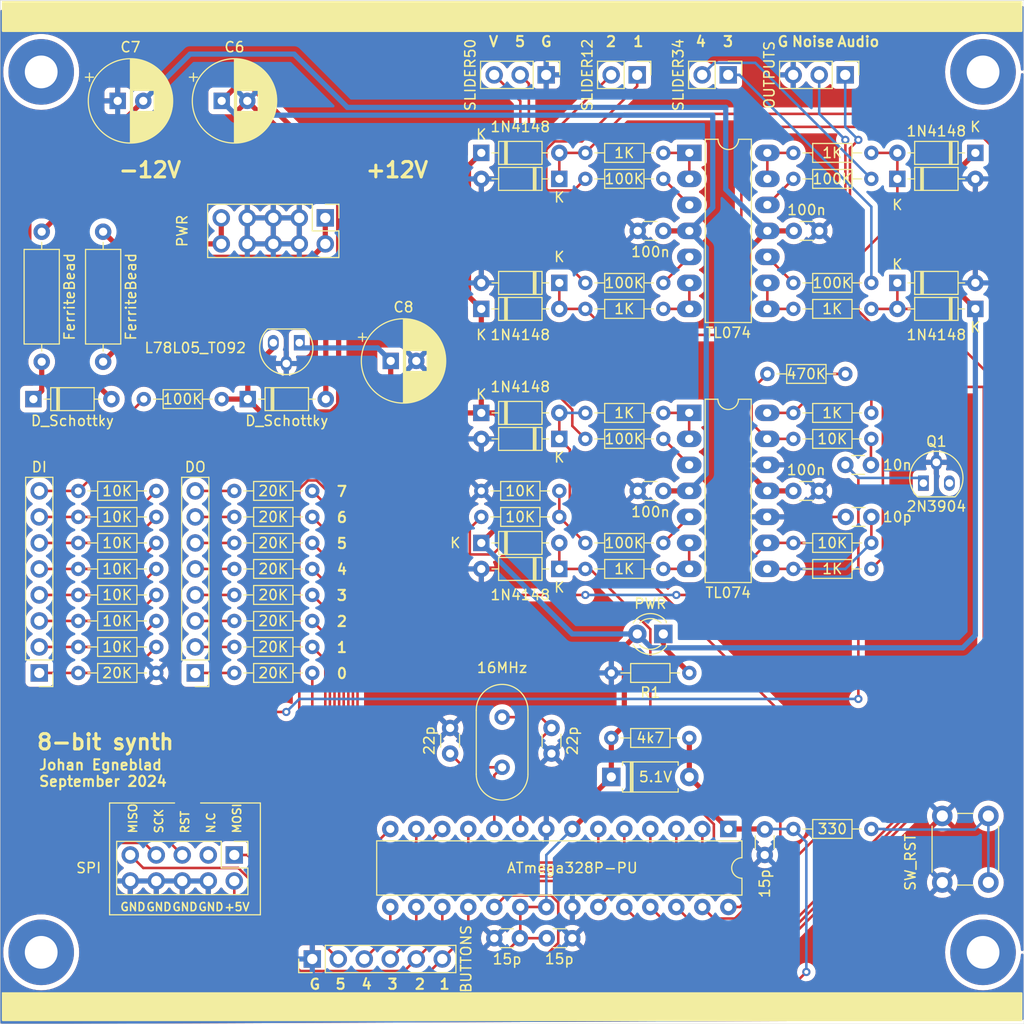
<source format=kicad_pcb>
(kicad_pcb (version 20240108) (generator "pcbnew") (generator_version "8.0")
  (layers (0 "F.Cu" signal) (31 "B.Cu" signal) (34 "B.Paste" user) (35 "F.Paste" user) (36 "B.SilkS" user "B.Silkscreen") (37 "F.SilkS" user "F.Silkscreen") (38 "B.Mask" user) (39 "F.Mask" user) (44 "Edge.Cuts" user))
  (net 0 "")
  (net 1 "+5V")
  (net 2 "GND")
  (net 3 "/XTAL1")
  (net 4 "/XTAL2")
  (net 5 "/RST")
  (net 6 "+12V")
  (net 7 "/MISO")
  (net 8 "/SCK")
  (net 9 "-12V")
  (net 10 "/MOSI")
  (net 11 "Net-(R3-Pad1)")
  (net 12 "/A0")
  (net 13 "/A1")
  (net 14 "Net-(D1-K)")
  (net 15 "/A2")
  (net 16 "/A3")
  (net 17 "/A4")
  (net 18 "/A5")
  (net 19 "Net-(J1-Pin_1)")
  (net 20 "Net-(J1-Pin_2)")
  (net 21 "Net-(J1-Pin_3)")
  (net 22 "Net-(J1-Pin_4)")
  (net 23 "Net-(J1-Pin_5)")
  (net 24 "Net-(J1-Pin_6)")
  (net 25 "Net-(J1-Pin_7)")
  (net 26 "Net-(J1-Pin_8)")
  (net 28 "Net-(J3-Pin_1)")
  (net 29 "Net-(J3-Pin_10)")
  (net 30 "Net-(J4-Pin_1)")
  (net 31 "Net-(J4-Pin_2)")
  (net 32 "Net-(J4-Pin_3)")
  (net 33 "Net-(J4-Pin_4)")
  (net 34 "Net-(J4-Pin_5)")
  (net 35 "Net-(J4-Pin_6)")
  (net 36 "Net-(J4-Pin_7)")
  (net 37 "/DAC")
  (net 38 "Net-(Q1-E)")
  (net 40 "Net-(U3A--)")
  (net 41 "/SLIDER1")
  (net 42 "Net-(U3A-+)")
  (net 43 "/DAC0")
  (net 44 "/DAC1")
  (net 45 "/DAC2")
  (net 46 "/DAC3")
  (net 47 "/DAC4")
  (net 48 "/DAC5")
  (net 49 "/DAC6")
  (net 50 "/DAC7")
  (net 51 "/SLIDER2")
  (net 52 "Net-(U3B-+)")
  (net 53 "Net-(U3B--)")
  (net 54 "Net-(U3C--)")
  (net 55 "Net-(U3D--)")
  (net 56 "/SLIDER3")
  (net 57 "Net-(U3C-+)")
  (net 58 "/SLIDER4")
  (net 59 "Net-(U3D-+)")
  (net 60 "Net-(U4A--)")
  (net 61 "Net-(U4B--)")
  (net 62 "/SLIDER5")
  (net 63 "Net-(U4A-+)")
  (net 64 "Net-(R31-Pad1)")
  (net 65 "Net-(U4B-+)")
  (net 66 "/VOCT")
  (net 67 "Net-(C13-Pad2)")
  (net 68 "/AOUT")
  (net 69 "Net-(R36-Pad1)")
  (net 70 "/NOUT")
  (net 71 "Net-(U4D--)")
  (net 72 "Net-(C14-Pad1)")
  (net 73 "/S5")
  (net 74 "/S3")
  (net 75 "/S4")
  (net 76 "Net-(D4-A)")
  (net 77 "Net-(D5-K)")
  (footprint "Capacitor_THT:C_Disc_D3.0mm_W1.6mm_P2.50mm" (layer "F.Cu") (at 86.36 105.918)
    (property "Reference" "C1" (hide yes))
    (property "Value" "15p")
  )
  (footprint "Capacitor_THT:C_Disc_D3.0mm_W1.6mm_P2.50mm" (layer "F.Cu") (at 93.98 105.918 180)
    (property "Reference" "C2" (hide yes))
    (property "Value" "15p")
  )
  (footprint "Capacitor_THT:C_Disc_D3.0mm_W1.6mm_P2.50mm" (layer "F.Cu") (at 91.948 87.884 90)
    (property "Reference" "C3" (hide yes))
    (property "Value" "22p")
  )
  (footprint "Capacitor_THT:C_Disc_D3.0mm_W1.6mm_P2.50mm" (layer "F.Cu") (at 82.042 87.884 90)
    (property "Reference" "C4" (hide yes))
    (property "Value" "22p")
  )
  (footprint "Capacitor_THT:C_Disc_D3.0mm_W1.6mm_P2.50mm" (layer "F.Cu") (at 112.776 97.79 90)
    (property "Reference" "C5" (hide yes))
    (property "Value" "15p")
  )
  (footprint "Diode_THT:D_A-405_P7.62mm_Horizontal" (layer "F.Cu") (at 97.79 90.17)
    (property "Reference" "D2" (hide yes))
    (property "Value" "5.1V")
  )
  (footprint "Connector_PinHeader_2.54mm:PinHeader_2x05_P2.54mm_Vertical" (layer "F.Cu") (at 60.96 97.79 -90)
    (property "Reference" "J2" (hide yes))
    (property "Value" "SPI")
  )
  (footprint "Connector_PinHeader_2.54mm:PinHeader_2x05_P2.54mm_Vertical" (layer "F.Cu") (at 69.85 35.56 -90)
    (property "Reference" "J3" (hide yes))
    (property "Value" "PWR")
  )
  (footprint "Connector_PinHeader_2.54mm:PinHeader_1x08_P2.54mm_Vertical" (layer "F.Cu") (at 41.91 80.01 180)
    (property "Reference" "J4" (hide yes))
    (property "Value" "DI")
  )
  (footprint "Resistor_THT:R_Axial_DIN0204_L3.6mm_D1.6mm_P7.62mm_Horizontal" (layer "F.Cu") (at 97.79 86.36)
    (property "Reference" "R2" (hide yes))
    (property "Value" "4k7")
  )
  (footprint "Resistor_THT:R_Axial_DIN0204_L3.6mm_D1.6mm_P7.62mm_Horizontal" (layer "F.Cu") (at 123.19 95.25 180)
    (property "Reference" "R3" (hide yes))
    (property "Value" "330")
  )
  (footprint "Button_Switch_THT:SW_PUSH_6mm_H4.3mm" (layer "F.Cu") (at 134.62 93.98 -90)
    (property "Reference" "SW1" (hide yes))
    (property "Value" "SW_RST")
  )
  (footprint "Package_DIP:DIP-28_W7.62mm" (layer "F.Cu") (at 109.22 95.25 -90)
    (property "Reference" "U1" (hide yes))
    (property "Value" "ATmega328P-PU")
  )
  (footprint "Crystal:Crystal_HC18-U_Vertical" (layer "F.Cu") (at 87.122 84.328 -90)
    (property "Reference" "Y1" (hide yes))
    (property "Value" "16MHz")
  )
  (footprint "Resistor_THT:R_Axial_DIN0204_L3.6mm_D1.6mm_P7.62mm_Horizontal" (layer "F.Cu") (at 105.41 80.01 180)
    (property "Reference" "R1")
    (property "Value" "1k")
  )
  (footprint "LED_THT:LED_D3.0mm" (layer "F.Cu") (at 102.87 76.2 180)
    (property "Reference" "D1" (hide yes))
    (property "Value" "PWR")
  )
  (footprint "Connector_PinHeader_2.54mm:PinHeader_1x03_P2.54mm_Vertical" (layer "F.Cu") (at 91.425 21.59 -90)
    (property "Reference" "J7" (hide yes))
    (property "Value" "SLIDER50")
  )
  (footprint "Connector_PinHeader_2.54mm:PinHeader_1x02_P2.54mm_Vertical" (layer "F.Cu") (at 109.205 21.59 -90)
    (property "Reference" "J6" (hide yes))
    (property "Value" "SLIDER34")
  )
  (footprint "Connector_PinHeader_2.54mm:PinHeader_1x02_P2.54mm_Vertical" (layer "F.Cu") (at 100.315 21.59 -90)
    (property "Reference" "J5" (hide yes))
    (property "Value" "SLIDER12")
  )
  (footprint "Resistor_THT:R_Axial_DIN0309_L9.0mm_D3.2mm_P12.70mm_Horizontal" (layer "F.Cu") (at 42.15 49.61 90)
    (property "Reference" "FB2" (hide yes))
    (property "Value" "FerriteBead")
  )
  (footprint "Resistor_THT:R_Axial_DIN0204_L3.6mm_D1.6mm_P7.62mm_Horizontal" (layer "F.Cu") (at 53.34 72.39 180)
    (property "Reference" "R6" (hide yes))
    (property "Value" "10K")
  )
  (footprint "Diode_THT:D_DO-35_SOD27_P7.62mm_Horizontal" (layer "F.Cu") (at 125.73 41.91)
    (property "Reference" "D10" (hide yes))
    (property "Value" "1N4148" (hide yes))
  )
  (footprint "Resistor_THT:R_Axial_DIN0204_L3.6mm_D1.6mm_P7.62mm_Horizontal" (layer "F.Cu") (at 123.19 41.91 180)
    (property "Reference" "R26" (hide yes))
    (property "Value" "100K")
  )
  (footprint "Resistor_THT:R_Axial_DIN0204_L3.6mm_D1.6mm_P7.62mm_Horizontal" (layer "F.Cu") (at 53.34 80.01 180)
    (property "Reference" "R11" (hide yes))
    (property "Value" "20K")
  )
  (footprint "Diode_THT:D_DO-35_SOD27_P7.62mm_Horizontal" (layer "F.Cu") (at 92.71 41.91 180)
    (property "Reference" "D8" (hide yes))
    (property "Value" "1N4148" (hide yes))
  )
  (footprint "Capacitor_THT:CP_Radial_D8.0mm_P2.50mm" (layer "F.Cu") (at 59.73 24.13)
    (property "Reference" "C6")
    (property "Value" "C_Polarized" (hide yes))
  )
  (footprint "Diode_THT:D_DO-35_SOD27_P7.62mm_Horizontal" (layer "F.Cu") (at 92.71 69.85 180)
    (property "Reference" "D16" (hide yes))
    (property "Value" "1N4148")
  )
  (footprint "Connector_PinHeader_2.54mm:PinHeader_1x06_P2.54mm_Vertical" (layer "F.Cu") (at 68.58 107.95 90)
    (property "Reference" "J9" (hide yes))
    (property "Value" "BUTTONS")
  )
  (footprint "Resistor_THT:R_Axial_DIN0204_L3.6mm_D1.6mm_P7.62mm_Horizontal" (layer "F.Cu") (at 123.19 57.15 180)
    (property "Reference" "R38" (hide yes))
    (property "Value" "10K")
  )
  (footprint "Resistor_THT:R_Axial_DIN0204_L3.6mm_D1.6mm_P7.62mm_Horizontal" (layer "F.Cu") (at 95.25 67.31)
    (property "Reference" "R31" (hide yes))
    (property "Value" "100K")
  )
  (footprint "Resistor_THT:R_Axial_DIN0204_L3.6mm_D1.6mm_P7.62mm_Horizontal" (layer "F.Cu") (at 53.34 69.85 180)
    (property "Reference" "R7" (hide yes))
    (property "Value" "10K")
  )
  (footprint "Resistor_THT:R_Axial_DIN0204_L3.6mm_D1.6mm_P7.62mm_Horizontal" (layer "F.Cu") (at 102.87 54.61 180)
    (property "Reference" "R28" (hide yes))
    (property "Value" "1K")
  )
  (footprint "Diode_THT:D_DO-35_SOD27_P7.62mm_Horizontal" (layer "F.Cu") (at 41.34 53.26)
    (property "Reference" "D5" (hide yes))
    (property "Value" "D_Schottky")
  )
  (footprint "Resistor_THT:R_Axial_DIN0204_L3.6mm_D1.6mm_P7.62mm_Horizontal" (layer "F.Cu") (at 53.34 77.47 180)
    (property "Reference" "R4" (hide yes))
    (property "Value" "10K")
  )
  (footprint "Resistor_THT:R_Axial_DIN0204_L3.6mm_D1.6mm_P7.62mm_Horizontal" (layer "F.Cu") (at 52.12 53.26)
    (property "Reference" "R39" (hide yes))
    (property "Value" "100K")
  )
  (footprint "MountingHole:MountingHole_3.2mm_M3_Pad" (layer "F.Cu") (at 42.1 107.3)
    (property "Reference" "REF**" (hide yes))
    (property "Value" "MountingHole_3.2mm_M3_Pad" (hide yes))
  )
  (footprint "Diode_THT:D_DO-35_SOD27_P7.62mm_Horizontal" (layer "F.Cu") (at 85.09 44.45)
    (property "Reference" "D7" (hide yes))
    (property "Value" "1N4148")
  )
  (footprint "MountingHole:MountingHole_3.2mm_M3_Pad" (layer "F.Cu") (at 134.1 107.3)
    (property "Reference" "REF**" (hide yes))
    (property "Value" "MountingHole_3.2mm_M3_Pad" (hide yes))
  )
  (footprint "Resistor_THT:R_Axial_DIN0204_L3.6mm_D1.6mm_P7.62mm_Horizontal" (layer "F.Cu") (at 68.58 62.23 180)
    (property "Reference" "R21" (hide yes))
    (property "Value" "20K")
  )
  (footprint "Capacitor_THT:C_Disc_D3.0mm_W1.6mm_P2.50mm" (layer "F.Cu") (at 100.37 36.83)
    (property "Reference" "C11" (hide yes))
    (property "Value" "100n")
  )
  (footprint "Diode_THT:D_DO-35_SOD27_P7.62mm_Horizontal" (layer "F.Cu") (at 133.35 44.45 180)
    (property "Reference" "D9" (hide yes))
    (property "Value" "1N4148")
  )
  (footprint "Diode_THT:D_DO-35_SOD27_P7.62mm_Horizontal" (layer "F.Cu") (at 133.35 29.21 180)
    (property "Reference" "D11" (hide yes))
    (property "Value" "1N4148")
  )
  (footprint "Diode_THT:D_DO-35_SOD27_P7.62mm_Horizontal" (layer "F.Cu") (at 92.71 57.15 180)
    (property "Reference" "D14" (hide yes))
    (property "Value" "1N4148" (hide yes))
  )
  (footprint "Resistor_THT:R_Axial_DIN0204_L3.6mm_D1.6mm_P7.62mm_Horizontal" (layer "F.Cu") (at 115.57 69.85)
    (property "Reference" "R35" (hide yes))
    (property "Value" "1K")
  )
  (footprint "Resistor_THT:R_Axial_DIN0204_L3.6mm_D1.6mm_P7.62mm_Horizontal" (layer "F.Cu") (at 68.58 80.01 180)
    (property "Reference" "R14" (hide yes))
    (property "Value" "20K")
  )
  (footprint "Package_TO_SOT_THT:TO-92_Inline" (layer "F.Cu") (at 67.31 48.26 180)
    (property "Reference" "U2" (hide yes))
    (property "Value" "L78L05_TO92")
  )
  (footprint "Resistor_THT:R_Axial_DIN0204_L3.6mm_D1.6mm_P7.62mm_Horizontal" (layer "F.Cu") (at 95.25 57.15)
    (property "Reference" "R30" (hide yes))
    (property "Value" "100K")
  )
  (footprint "Package_TO_SOT_THT:TO-92_Inline" (layer "F.Cu") (at 128.27 60.96)
    (property "Reference" "Q1")
    (property "Value" "2N3904")
  )
  (footprint "MountingHole:MountingHole_3.2mm_M3_Pad" (layer "F.Cu") (at 134.1 21.3)
    (property "Reference" "REF**" (hide yes))
    (property "Value" "MountingHole_3.2mm_M3_Pad" (hide yes))
  )
  (footprint "Resistor_THT:R_Axial_DIN0204_L3.6mm_D1.6mm_P7.62mm_Horizontal" (layer "F.Cu") (at 102.87 29.21 180)
    (property "Reference" "R12" (hide yes))
    (property "Value" "1K")
  )
  (footprint "Diode_THT:D_DO-35_SOD27_P7.62mm_Horizontal" (layer "F.Cu") (at 62.28 53.26)
    (property "Reference" "D4" (hide yes))
    (property "Value" "D_Schottky")
  )
  (footprint "Resistor_THT:R_Axial_DIN0204_L3.6mm_D1.6mm_P7.62mm_Horizontal" (layer "F.Cu") (at 102.87 44.45 180)
    (property "Reference" "R23" (hide yes))
    (property "Value" "1K")
  )
  (footprint "Resistor_THT:R_Axial_DIN0204_L3.6mm_D1.6mm_P7.62mm_Horizontal" (layer "F.Cu") (at 68.58 77.47 180)
    (property "Reference" "R15" (hide yes))
    (property "Value" "20K")
  )
  (footprint "Resistor_THT:R_Axial_DIN0204_L3.6mm_D1.6mm_P7.62mm_Horizontal" (layer "F.Cu") (at 53.34 67.31 180)
    (property "Reference" "R8" (hide yes))
    (property "Value" "10K")
  )
  (footprint "Diode_THT:D_DO-35_SOD27_P7.62mm_Horizontal" (layer "F.Cu") (at 85.09 54.61)
    (property "Reference" "D13" (hide yes))
    (property "Value" "1N4148")
  )
  (footprint "Package_DIP:DIP-14_W7.62mm_LongPads" (layer "F.Cu") (at 105.395 54.605)
    (property "Reference" "U4" (hide yes))
    (property "Value" "TL074")
  )
  (footprint "Capacitor_THT:C_Disc_D3.0mm_W1.6mm_P2.50mm" (layer "F.Cu") (at 120.69 64.77)
    (property "Reference" "C13" (hide yes))
    (property "Value" "10p")
  )
  (footprint "Diode_THT:D_DO-35_SOD27_P7.62mm_Horizontal" (layer "F.Cu") (at 125.73 31.75)
    (property "Reference" "D12" (hide yes))
    (property "Value" "1N4148" (hide yes))
  )
  (footprint "Resistor_THT:R_Axial_DIN0204_L3.6mm_D1.6mm_P7.62mm_Horizontal" (layer "F.Cu") (at 115.57 29.21)
    (property "Reference" "R25" (hide yes))
    (property "Value" "1K")
  )
  (footprint "Resistor_THT:R_Axial_DIN0204_L3.6mm_D1.6mm_P7.62mm_Horizontal" (layer "F.Cu") (at 68.58 74.93 180)
    (property "Reference" "R16" (hide yes))
    (property "Value" "20K")
  )
  (footprint "Resistor_THT:R_Axial_DIN0204_L3.6mm_D1.6mm_P7.62mm_Horizontal" (layer "F.Cu") (at 115.57 54.61)
    (property "Reference" "R36" (hide yes))
    (property "Value" "1K")
  )
  (footprint "Capacitor_THT:C_Disc_D3.0mm_W1.6mm_P2.50mm" (layer "F.Cu") (at 123.15 59.69 180)
    (property "Reference" "C14" (hide yes))
    (property "Value" "10n")
  )
  (footprint "Capacitor_THT:CP_Radial_D8.0mm_P2.50mm" (layer "F.Cu") (at 49.57 24.13)
    (property "Reference" "C7")
    (property "Value" "C_Polarized" (hide yes))
  )
  (footprint "Resistor_THT:R_Axial_DIN0309_L9.0mm_D3.2mm_P12.70mm_Horizontal" (layer "F.Cu") (at 48.15 49.61 90)
    (property "Reference" "FB1" (hide yes))
    (property "Value" "FerriteBead")
  )
  (footprint "Resistor_THT:R_Axial_DIN0204_L3.6mm_D1.6mm_P7.62mm_Horizontal" (layer "F.Cu") (at 123.19 31.75 180)
    (property "Reference" "R27" (hide yes))
    (property "Value" "100K")
  )
  (footprint "Resistor_THT:R_Axial_DIN0204_L3.6mm_D1.6mm_P7.62mm_Horizontal" (layer "F.Cu") (at 102.87 69.85 180)
    (property "Reference" "R29" (hide yes))
    (property "Value" "1K")
  )
  (footprint "Resistor_THT:R_Axial_DIN0204_L3.6mm_D1.6mm_P7.62mm_Horizontal" (layer "F.Cu") (at 68.58 64.77 180)
    (property "Reference" "R20" (hide yes))
    (property "Value" "20K")
  )
  (footprint "Resistor_THT:R_Axial_DIN0204_L3.6mm_D1.6mm_P7.62mm_Horizontal" (layer "F.Cu") (at 68.58 67.31 180)
    (property "Reference" "R19" (hide yes))
    (property "Value" "20K")
  )
  (footprint "Capacitor_THT:C_Disc_D3.0mm_W1.6mm_P2.50mm" (layer "F.Cu") (at 100.37 62.23)
    (property "Reference" "C9" (hide yes))
    (property "Value" "100n")
  )
  (footprint "Resistor_THT:R_Axial_DIN0204_L3.6mm_D1.6mm_P7.62mm_Horizontal" (layer "F.Cu") (at 113.03 50.8)
    (property "Reference" "R37" (hide yes))
    (property "Value" "470K")
  )
  (footprint "Diode_THT:D_DO-35_SOD27_P7.62mm_Horizontal" (layer "F.Cu") (at 85.09 67.31)
    (property "Reference" "D15" (hide yes))
    (property "Value" "1N4148" (hide yes))
  )
  (footprint "Connector_PinHeader_2.54mm:PinHeader_1x03_P2.54mm_Vertical" (layer "F.Cu") (at 120.635 21.59 -90)
    (property "Reference" "J8" (hide yes))
    (property "Value" "OUTPUTS")
  )
  (footprint "Resistor_THT:R_Axial_DIN0204_L3.6mm_D1.6mm_P7.62mm_Horizontal" (layer "F.Cu") (at 53.34 64.77 180)
    (property "Reference" "R9" (hide yes))
    (property "Value" "10K")
  )
  (footprint "Resistor_THT:R_Axial_DIN0204_L3.6mm_D1.6mm_P7.62mm_Horizontal" (layer "F.Cu") (at 85.09 62.23)
    (property "Reference" "R33" (hide yes))
    (property "Value" "10K")
  )
  (footprint "Resistor_THT:R_Axial_DIN0204_L3.6mm_D1.6mm_P7.62mm_Horizontal" (layer "F.Cu") (at 115.57 67.31)
    (property "Reference" "R34" (hide yes))
    (property "Value" "10K")
  )
  (footprint "Capacitor_THT:CP_Radial_D8.0mm_P2.50mm" (layer "F.Cu") (at 76.24 49.53)
    (property "Reference" "C8")
    (property "Value" "C_Polarized" (hide yes))
  )
  (footprint "Resistor_THT:R_Axial_DIN0204_L3.6mm_D1.6mm_P7.62mm_Horizontal" (layer "F.Cu") (at 92.71 64.77 180)
    (property "Reference" "R32" (hide yes))
    (property "Value" "10K")
  )
  (footprint "MountingHole:MountingHole_3.2mm_M3_Pad" (layer "F.Cu") (at 42.1 21.3)
    (property "Reference" "REF**" (hide yes))
    (property "Value" "MountingHole_3.2mm_M3_Pad" (hide yes))
  )
  (footprint "Resistor_THT:R_Axial_DIN0204_L3.6mm_D1.6mm_P7.62mm_Horizontal" (layer "F.Cu") (at 53.34 62.23 180)
    (property "Reference" "R10" (hide yes))
    (property "Value" "10K")
  )
  (footprint "Resistor_THT:R_Axial_DIN0204_L3.6mm_D1.6mm_P7.62mm_Horizontal" (layer "F.Cu") (at 95.25 41.91)
    (property "Reference" "R22" (hide yes))
    (property "Value" "100K")
  )
  (footprint "Diode_THT:D_DO-35_SOD27_P7.62mm_Horizontal" (layer "F.Cu") (at 85.09 29.21)
    (property "Reference" "D3" (hide yes))
    (property "Value" "1N4148")
  )
  (footprint "Resistor_THT:R_Axial_DIN0204_L3.6mm_D1.6mm_P7.62mm_Horizontal" (layer "F.Cu") (at 95.25 31.75)
    (property "Reference" "R13" (hide yes))
    (property "Value" "100K")
  )
  (footprint "Resistor_THT:R_Axial_DIN0204_L3.6mm_D1.6mm_P7.62mm_Horizontal" (layer "F.Cu") (at 68.58 69.85 180)
    (property "Reference" "R18" (hide yes))
    (property "Value" "20K")
  )
  (footprint "Capacitor_THT:C_Disc_D3.0mm_W1.6mm_P2.50mm" (layer "F.Cu") (at 118.07 62.23 180)
    (property "Reference" "C10" (hide yes))
    (property "Value" "100n")
  )
  (footprint "Resistor_THT:R_Axial_DIN0204_L3.6mm_D1.6mm_P7.62mm_Horizontal" (layer "F.Cu") (at 68.58 72.39 180)
    (property "Reference" "R17" (hide yes))
    (property "Value" "20K")
  )
  (footprint "Resistor_THT:R_Axial_DIN0204_L3.6mm_D1.6mm_P7.62mm_Horizontal" (layer "F.Cu") (at 53.34 74.93 180)
    (property "Reference" "R5" (hide yes))
    (property "Value" "10K")
  )
  (footprint "Diode_THT:D_DO-35_SOD27_P7.62mm_Horizontal" (layer "F.Cu") (at 92.71 31.75 180)
    (property "Reference" "D6" (hide yes))
    (property "Value" "1N4148" (hide yes))
  )
  (footprint "Capacitor_THT:C_Disc_D3.0mm_W1.6mm_P2.50mm" (layer "F.Cu") (at 118.11 36.83 180)
    (property "Reference" "C12" (hide yes))
    (property "Value" "100n")
  )
  (footprint "Resistor_THT:R_Axial_DIN0204_L3.6mm_D1.6mm_P7.62mm_Horizontal" (layer "F.Cu") (at 115.57 44.45)
    (property "Reference" "R24" (hide yes))
    (property "Value" "1K")
  )
  (footprint "Connector_PinHeader_2.54mm:PinHeader_1x08_P2.54mm_Vertical" (layer "F.Cu") (at 57.15 80.01 180)
    (property "Reference" "J1" (hide yes))
    (property "Value" "DO")
  )
  (footprint "Package_DIP:DIP-14_W7.62mm_LongPads" (layer "F.Cu") (at 105.41 29.21)
    (property "Reference" "U3" (hide yes))
    (property "Value" "TL074")
  )
  (gr_line (start 48.778 92.71) (end 48.778 103.632) (stroke (width 0.12)) (layer "F.SilkS"))
  (gr_line (start 63.51 103.632) (end 63.51 92.71) (stroke (width 0.12)) (layer "F.SilkS"))
  (gr_line (start 55.128 92.71) (end 48.778 92.71) (stroke (width 0.12)) (layer "F.SilkS"))
  (gr_rect (start 38.354 111.3) (end 137.846 113.919) (stroke (width 0.2)) (fill solid) (layer "F.SilkS"))
  (gr_line (start 48.778 103.632) (end 63.51 103.632) (stroke (width 0.12)) (layer "F.SilkS"))
  (gr_rect (start 38.354 14.478) (end 137.846 17.3) (stroke (width 0.2)) (fill solid) (layer "F.SilkS"))
  (gr_line (start 63.51 92.71) (end 57.668 92.71) (stroke (width 0.12)) (layer "F.SilkS"))
  (gr_line (start 38.1 114.3) (end 38.1 14.3) (stroke (width 0.05)) (layer "Edge.Cuts"))
  (gr_line (start 138.1 114.3) (end 38.1 114.3) (stroke (width 0.05)) (layer "Edge.Cuts"))
  (gr_line (start 38.1 14.3) (end 138.1 14.3) (stroke (width 0.05)) (layer "Edge.Cuts"))
  (gr_line (start 138.1 14.3) (end 138.1 114.3) (stroke (width 0.05)) (layer "Edge.Cuts"))
  (gr_text "+5V" (at 61.224 102.87 0) (layer "F.SilkS") (effects (font (size 0.8 0.8) (thickness 0.1524))))
  (gr_text "GND" (at 58.684 102.87 0) (layer "F.SilkS") (effects (font (size 0.8 0.8) (thickness 0.1524))))
  (gr_text "MOSI" (at 61.224 95.758 90) (layer "F.SilkS") (effects (font (size 0.8 0.8) (thickness 0.1524)) (justify left)))
  (gr_text "GND" (at 56.144 102.87 0) (layer "F.SilkS") (effects (font (size 0.8 0.8) (thickness 0.1524))))
  (gr_text "GND" (at 53.604 102.87 0) (layer "F.SilkS") (effects (font (size 0.8 0.8) (thickness 0.1524))))
  (gr_text "GND" (at 51.064 102.87 0) (layer "F.SilkS") (effects (font (size 0.8 0.8) (thickness 0.1524))))
  (gr_text "N.C" (at 58.684 95.758 90) (layer "F.SilkS") (effects (font (size 0.8 0.8) (thickness 0.1524)) (justify left)))
  (gr_text "RST" (at 56.144 95.758 90) (layer "F.SilkS") (effects (font (size 0.8 0.8) (thickness 0.1524)) (justify left)))
  (gr_text "SCK" (at 53.604 95.758 90) (layer "F.SilkS") (effects (font (size 0.8 0.8) (thickness 0.1524)) (justify left)))
  (gr_text "MISO" (at 51.064 95.758 90) (layer "F.SilkS") (effects (font (size 0.8 0.8) (thickness 0.1524)) (justify left)))
  (gr_text "2" (at 78.486 110.998 0) (layer "F.SilkS") (effects (font (size 1 1) (thickness 0.2) (bold yes)) (justify left bottom)))
  (gr_text "3" (at 70.866 73.025 0) (layer "F.SilkS") (effects (font (size 1 1) (thickness 0.2) (bold yes)) (justify left bottom)))
  (gr_text "G" (at 90.805 18.923 0) (layer "F.SilkS") (effects (font (size 1 1) (thickness 0.2) (bold yes)) (justify left bottom)))
  (gr_text "Audio" (at 119.761 18.923 0) (layer "F.SilkS") (effects (font (size 1 1) (thickness 0.2) (bold yes)) (justify left bottom)))
  (gr_text "4" (at 73.279 110.998 0) (layer "F.SilkS") (effects (font (size 1 1) (thickness 0.2) (bold yes)) (justify left bottom)))
  (gr_text "2" (at 97.155 18.923 0) (layer "F.SilkS") (effects (font (size 1 1) (thickness 0.2) (bold yes)) (justify left bottom)))
  (gr_text "Johan Egneblad\nSeptember 2024" (at 41.783 91.186 0) (layer "F.SilkS") (effects (font (size 1 1) (thickness 0.2) (bold yes)) (justify left bottom)))
  (gr_text "5" (at 70.866 67.945 0) (layer "F.SilkS") (effects (font (size 1 1) (thickness 0.2) (bold yes)) (justify left bottom)))
  (gr_text "3" (at 108.585 18.923 0) (layer "F.SilkS") (effects (font (size 1 1) (thickness 0.2) (bold yes)) (justify left bottom)))
  (gr_text "4" (at 70.866 70.485 0) (layer "F.SilkS") (effects (font (size 1 1) (thickness 0.2) (bold yes)) (justify left bottom)))
  (gr_text "1" (at 99.822 18.923 0) (layer "F.SilkS") (effects (font (size 1 1) (thickness 0.2) (bold yes)) (justify left bottom)))
  (gr_text "1" (at 70.866 78.105 0) (layer "F.SilkS") (effects (font (size 1 1) (thickness 0.2) (bold yes)) (justify left bottom)))
  (gr_text "V" (at 85.725 18.923 0) (layer "F.SilkS") (effects (font (size 1 1) (thickness 0.2) (bold yes)) (justify left bottom)))
  (gr_text "5" (at 70.739 110.998 0) (layer "F.SilkS") (effects (font (size 1 1) (thickness 0.2) (bold yes)) (justify left bottom)))
  (gr_text "1" (at 80.899 110.998 0) (layer "F.SilkS") (effects (font (size 1 1) (thickness 0.2) (bold yes)) (justify left bottom)))
  (gr_text "G" (at 113.919 18.923 0) (layer "F.SilkS") (effects (font (size 1 1) (thickness 0.2) (bold yes)) (justify left bottom)))
  (gr_text "0" (at 70.866 80.645 0) (layer "F.SilkS") (effects (font (size 1 1) (thickness 0.2) (bold yes)) (justify left bottom)))
  (gr_text "3" (at 75.819 110.998 0) (layer "F.SilkS") (effects (font (size 1 1) (thickness 0.2) (bold yes)) (justify left bottom)))
  (gr_text "-12V" (at 49.53 31.75 0) (layer "F.SilkS") (effects (font (size 1.5 1.5) (thickness 0.3) (bold yes)) (justify left bottom)))
  (gr_text "6" (at 70.866 65.405 0) (layer "F.SilkS") (effects (font (size 1 1) (thickness 0.2) (bold yes)) (justify left bottom)))
  (gr_text "7" (at 70.866 62.865 0) (layer "F.SilkS") (effects (font (size 1 1) (thickness 0.2) (bold yes)) (justify left bottom)))
  (gr_text "4" (at 105.918 18.923 0) (layer "F.SilkS") (effects (font (size 1 1) (thickness 0.2) (bold yes)) (justify left bottom)))
  (gr_text "2" (at 70.866 75.565 0) (layer "F.SilkS") (effects (font (size 1 1) (thickness 0.2) (bold yes)) (justify left bottom)))
  (gr_text "8-bit synth" (at 41.529 87.63 0) (layer "F.SilkS") (effects (font (size 1.5 1.5) (thickness 0.3) (bold yes)) (justify left bottom)))
  (gr_text "G" (at 68.199 110.998 0) (layer "F.SilkS") (effects (font (size 1 1) (thickness 0.2) (bold yes)) (justify left bottom)))
  (gr_text "5" (at 88.265 18.923 0) (layer "F.SilkS") (effects (font (size 1 1) (thickness 0.2) (bold yes)) (justify left bottom)))
  (gr_text "Noise" (at 115.316 18.923 0) (layer "F.SilkS") (effects (font (size 1 1) (thickness 0.2) (bold yes)) (justify left bottom)))
  (gr_text "+12V" (at 73.66 31.75 0) (layer "F.SilkS") (effects (font (size 1.5 1.5) (thickness 0.3) (bold yes)) (justify left bottom)))
  (segment (start 79.883 54.61) (end 85.09 54.61) (width 0.508) (layer "F.Cu") (net 1))
  (segment (start 93.98 95.25) (end 95.25 93.98) (width 0.508) (layer "F.Cu") (net 1))
  (segment (start 95.25 93.98) (end 95.25 92.71) (width 0.508) (layer "F.Cu") (net 1))
  (segment (start 97.79 90.17) (end 97.79 86.36) (width 0.508) (layer "F.Cu") (net 1))
  (segment (start 76.24 50.967) (end 79.883 54.61) (width 0.508) (layer "F.Cu") (net 1))
  (segment (start 131.953 43.053) (end 133.35 44.45) (width 0.508) (layer "F.Cu") (net 1))
  (segment (start 99.06 85.09) (end 99.06 77.47) (width 0.508) (layer "F.Cu") (net 1))
  (segment (start 88.9 105.878) (end 88.86 105.918) (width 0.25) (layer "F.Cu") (net 1))
  (segment (start 133.35 29.21) (end 131.572 30.988) (width 0.508) (layer "F.Cu") (net 1))
  (segment (start 60.96 103.952792) (end 67.032208 110.025) (width 0.25) (layer "F.Cu") (net 1))
  (segment (start 88.9 102.87) (end 88.9 105.878) (width 0.25) (layer "F.Cu") (net 1))
  (segment (start 60.96 100.33) (end 60.96 103.952792) (width 0.25) (layer "F.Cu") (net 1))
  (segment (start 84.753 110.025) (end 88.86 105.918) (width 0.25) (layer "F.Cu") (net 1))
  (segment (start 83.836 43.196) (end 85.09 44.45) (width 0.508) (layer "F.Cu") (net 1))
  (segment (start 86.36 54.61) (end 85.09 54.61) (width 0.508) (layer "F.Cu") (net 1))
  (segment (start 99.06 77.47) (end 100.33 76.2) (width 0.508) (layer "F.Cu") (net 1))
  (segment (start 67.032208 110.025) (end 84.753 110.025) (width 0.25) (layer "F.Cu") (net 1))
  (segment (start 95.25 92.71) (end 97.79 90.17) (width 0.508) (layer "F.Cu") (net 1))
  (segment (start 91.44 102.87) (end 88.9 102.87) (width 0.25) (layer "F.Cu") (net 1))
  (segment (start 131.572 43.053) (end 131.953 43.053) (width 0.508) (layer "F.Cu") (net 1))
  (segment (start 85.09 67.31) (end 87.63 64.77) (width 0.508) (layer "F.Cu") (net 1))
  (segment (start 131.572 30.988) (end 131.572 43.053) (width 0.508) (layer "F.Cu") (net 1))
  (segment (start 85.09 29.21) (end 83.836 30.464) (width 0.508) (layer "F.Cu") (net 1))
  (segment (start 88.86 105.918) (end 91.48 105.918) (width 0.25) (layer "F.Cu") (net 1))
  (segment (start 97.79 86.36) (end 99.06 85.09) (width 0.508) (layer "F.Cu") (net 1))
  (segment (start 76.24 49.53) (end 76.24 50.967) (width 0.508) (layer "F.Cu") (net 1))
  (segment (start 87.63 55.88) (end 86.36 54.61) (width 0.508) (layer "F.Cu") (net 1))
  (segment (start 85.09 54.61) (end 85.09 44.45) (width 0.508) (layer "F.Cu") (net 1))
  (segment (start 87.63 64.77) (end 87.63 55.88) (width 0.508) (layer "F.Cu") (net 1))
  (segment (start 83.836 30.464) (end 83.836 43.196) (width 0.508) (layer "F.Cu") (net 1))
  (segment (start 91.44 97.79) (end 93.98 95.25) (width 0.25) (layer "B.Cu") (net 1))
  (segment (start 101.684 77.554) (end 100.33 76.2) (width 0.508) (layer "B.Cu") (net 1))
  (segment (start 132.123 77.554) (end 101.684 77.554) (width 0.508) (layer "B.Cu") (net 1))
  (segment (start 100.33 76.2) (end 93.98 76.2) (width 0.508) (layer "B.Cu") (net 1))
  (segment (start 67.31 48.26) (end 74.97 48.26) (width 0.508) (layer "B.Cu") (net 1))
  (segment (start 91.44 102.87) (end 91.44 97.79) (width 0.25) (layer "B.Cu") (net 1))
  (segment (start 74.97 48.26) (end 76.24 49.53) (width 0.508) (layer "B.Cu") (net 1))
  (segment (start 133.35 44.45) (end 133.35 76.327) (width 0.508) (layer "B.Cu") (net 1))
  (segment (start 133.35 76.327) (end 132.123 77.554) (width 0.508) (layer "B.Cu") (net 1))
  (segment (start 93.98 76.2) (end 85.09 67.31) (width 0.508) (layer "B.Cu") (net 1))
  (segment (start 91.948 85.384) (end 88.9 88.432) (width 0.25) (layer "F.Cu") (net 3))
  (segment (start 90.892 84.328) (end 91.948 85.384) (width 0.25) (layer "F.Cu") (net 3))
  (segment (start 87.122 84.328) (end 90.892 84.328) (width 0.25) (layer "F.Cu") (net 3))
  (segment (start 88.9 88.432) (end 88.9 95.25) (width 0.25) (layer "F.Cu") (net 3))
  (segment (start 86.36 89.99) (end 87.122 89.228) (width 0.25) (layer "F.Cu") (net 4))
  (segment (start 87.122 89.228) (end 83.386 89.228) (width 0.25) (layer "F.Cu") (net 4))
  (segment (start 83.386 89.228) (end 82.042 87.884) (width 0.25) (layer "F.Cu") (net 4))
  (segment (start 86.36 95.25) (end 86.36 89.99) (width 0.25) (layer "F.Cu") (net 4))
  (segment (start 47.81 97.603604) (end 47.81 101.786396) (width 0.25) (layer "F.Cu") (net 5))
  (segment (start 109.22 95.25) (end 112.736 95.25) (width 0.508) (layer "F.Cu") (net 5))
  (segment (start 105.41 90.17) (end 105.41 86.36) (width 0.508) (layer "F.Cu") (net 5))
  (segment (start 105.41 90.17) (end 106.68 91.44) (width 0.508) (layer "F.Cu") (net 5))
  (segment (start 55.88 97.79) (end 54.255 96.165) (width 0.25) (layer "F.Cu") (net 5))
  (segment (start 112.736 95.25) (end 112.776 95.29) (width 0.508) (layer "F.Cu") (net 5))
  (segment (start 47.81 101.786396) (end 56.948604 110.925) (width 0.25) (layer "F.Cu") (net 5))
  (segment (start 106.68 91.44) (end 106.68 92.71) (width 0.508) (layer "F.Cu") (net 5))
  (segment (start 106.68 92.71) (end 109.22 95.25) (width 0.508) (layer "F.Cu") (net 5))
  (segment (start 56.948604 110.925) (end 115.135 110.925) (width 0.25) (layer "F.Cu") (net 5))
  (segment (start 115.135 110.925) (end 116.84 109.22) (width 0.25) (layer "F.Cu") (net 5))
  (segment (start 49.248604 96.165) (end 47.81 97.603604) (width 0.25) (layer "F.Cu") (net 5))
  (segment (start 54.255 96.165) (end 49.248604 96.165) (width 0.25) (layer "F.Cu") (net 5))
  (via (at 116.84 109.22) (size 0.8) (drill 0.4) (layers "F.Cu" "B.Cu") (net 5))
  (segment (start 112.816 95.25) (end 112.776 95.29) (width 0.25) (layer "B.Cu") (net 5))
  (segment (start 116.84 109.22) (end 116.84 96.52) (width 0.25) (layer "B.Cu") (net 5))
  (segment (start 115.57 95.25) (end 112.816 95.25) (width 0.25) (layer "B.Cu") (net 5))
  (segment (start 116.84 96.52) (end 115.57 95.25) (width 0.25) (layer "B.Cu") (net 5))
  (segment (start 102.875 62.225) (end 102.87 62.23) (width 0.508) (layer "F.Cu") (net 6))
  (segment (start 62.28 53.26) (end 62.28 50.75) (width 0.508) (layer "F.Cu") (net 6))
  (segment (start 59.73 24.13) (end 60.984 22.876) (width 0.508) (layer "F.Cu") (net 6))
  (segment (start 62.28 53.26) (end 59.74 53.26) (width 0.508) (layer "F.Cu") (net 6))
  (segment (start 105.395 62.225) (end 102.875 62.225) (width 0.508) (layer "F.Cu") (net 6))
  (segment (start 70.419424 54.514) (end 63.534 54.514) (width 0.508) (layer "F.Cu") (net 6))
  (segment (start 63.534 54.514) (end 62.28 53.26) (width 0.508) (layer "F.Cu") (net 6))
  (segment (start 71.154 31.280576) (end 71.154 53.779424) (width 0.508) (layer "F.Cu") (net 6))
  (segment (start 60.984 22.876) (end 62.749424 22.876) (width 0.508) (layer "F.Cu") (net 6))
  (segment (start 62.28 50.75) (end 64.77 48.26) (width 0.508) (layer "F.Cu") (net 6))
  (segment (start 105.41 36.83) (end 102.87 36.83) (width 0.508) (layer "F.Cu") (net 6))
  (segment (start 62.749424 22.876) (end 71.154 31.280576) (width 0.508) (layer "F.Cu") (net 6))
  (segment (start 71.154 53.779424) (end 70.419424 54.514) (width 0.508) (layer "F.Cu") (net 6))
  (segment (start 105.395 62.225) (end 107.064 60.556) (width 0.508) (layer "B.Cu") (net 6))
  (segment (start 107.064 60.556) (end 107.064 38.484) (width 0.508) (layer "B.Cu") (net 6))
  (segment (start 107.696 25.527) (end 61.127 25.527) (width 0.508) (layer "B.Cu") (net 6))
  (segment (start 61.127 25.527) (end 59.73 24.13) (width 0.508) (layer "B.Cu") (net 6))
  (segment (start 107.696 34.544) (end 107.696 25.527) (width 0.508) (layer "B.Cu") (net 6))
  (segment (start 107.064 38.484) (end 105.41 36.83) (width 0.508) (layer "B.Cu") (net 6))
  (segment (start 105.41 36.83) (end 107.696 34.544) (width 0.508) (layer "B.Cu") (net 6))
  (segment (start 61.351701 99.06) (end 52.07 99.06) (width 0.25) (layer "F.Cu") (net 7))
  (segment (start 81.28 107.95) (end 79.655 109.575) (width 0.25) (layer "F.Cu") (net 7))
  (segment (start 52.07 99.06) (end 50.8 97.79) (width 0.25) (layer "F.Cu") (net 7))
  (segment (start 83.82 105.41) (end 81.28 107.95) (width 0.25) (layer "F.Cu") (net 7))
  (segment (start 64.32 102.028299) (end 61.351701 99.06) (width 0.25) (layer "F.Cu") (net 7))
  (segment (start 83.82 102.87) (end 83.82 105.41) (width 0.25) (layer "F.Cu") (net 7))
  (segment (start 64.32 106.676396) (end 64.32 102.028299) (width 0.25) (layer "F.Cu") (net 7))
  (segment (start 67.218604 109.575) (end 64.32 106.676396) (width 0.25) (layer "F.Cu") (net 7))
  (segment (start 79.655 109.575) (end 67.218604 109.575) (width 0.25) (layer "F.Cu") (net 7))
  (segment (start 57.135 110.475) (end 88.513991 110.475) (width 0.25) (layer "F.Cu") (net 8))
  (segment (start 87.485 101.745) (end 86.36 102.87) (width 0.25) (layer "F.Cu") (net 8))
  (segment (start 48.26 97.79) (end 48.26 101.6) (width 0.25) (layer "F.Cu") (net 8))
  (segment (start 53.34 97.79) (end 52.165 96.615) (width 0.25) (layer "F.Cu") (net 8))
  (segment (start 88.513991 110.475) (end 92.605 106.383991) (width 0.25) (layer "F.Cu") (net 8))
  (segment (start 52.165 96.615) (end 49.435 96.615) (width 0.25) (layer "F.Cu") (net 8))
  (segment (start 49.435 96.615) (end 48.26 97.79) (width 0.25) (layer "F.Cu") (net 8))
  (segment (start 92.605 106.383991) (end 92.605 102.444009) (width 0.25) (layer "F.Cu") (net 8))
  (segment (start 91.905991 101.745) (end 87.485 101.745) (width 0.25) (layer "F.Cu") (net 8))
  (segment (start 92.605 102.444009) (end 91.905991 101.745) (width 0.25) (layer "F.Cu") (net 8))
  (segment (start 48.26 101.6) (end 57.135 110.475) (width 0.25) (layer "F.Cu") (net 8))
  (segment (start 110.899415 60.109415) (end 110.899415 47.399415) (width 0.508) (layer "F.Cu") (net 9))
  (segment (start 40.896 35.304) (end 52.07 24.13) (width 0.508) (layer "F.Cu") (net 9))
  (segment (start 113.015 62.225) (end 110.899415 60.109415) (width 0.508) (layer "F.Cu") (net 9))
  (segment (start 111.252 38.608) (end 113.03 36.83) (width 0.508) (layer "F.Cu") (net 9))
  (segment (start 48.96 53.26) (end 40.896 45.196) (width 0.508) (layer "F.Cu") (net 9))
  (segment (start 113.03 36.83) (end 115.61 36.83) (width 0.508) (layer "F.Cu") (net 9))
  (segment (start 40.896 45.196) (end 40.896 35.304) (width 0.508) (layer "F.Cu") (net 9))
  (segment (start 113.015 62.225) (end 115.565 62.225) (width 0.508) (layer "F.Cu") (net 9))
  (segment (start 111.252 47.04683) (end 111.252 38.608) (width 0.508) (layer "F.Cu") (net 9))
  (segment (start 115.565 62.225) (end 115.57 62.23) (width 0.508) (layer "F.Cu") (net 9))
  (segment (start 110.899415 47.399415) (end 111.252 47.04683) (width 0.508) (layer "F.Cu") (net 9))
  (segment (start 66.802 19.558) (end 56.642 19.558) (width 0.508) (layer "B.Cu") (net 9))
  (segment (start 72.009 24.765) (end 66.802 19.558) (width 0.508) (layer "B.Cu") (net 9))
  (segment (start 108.966 32.766) (end 108.966 24.765) (width 0.508) (layer "B.Cu") (net 9))
  (segment (start 113.03 36.83) (end 108.966 32.766) (width 0.508) (layer "B.Cu") (net 9))
  (segment (start 108.966 24.765) (end 72.009 24.765) (width 0.508) (layer "B.Cu") (net 9))
  (segment (start 56.642 19.558) (end 52.07 24.13) (width 0.508) (layer "B.Cu") (net 9))
  (segment (start 62.23 97.79) (end 60.96 97.79) (width 0.25) (layer "F.Cu") (net 10))
  (segment (start 81.28 105.41) (end 78.74 107.95) (width 0.25) (layer "F.Cu") (net 10))
  (segment (start 77.565 109.125) (end 67.405 109.125) (width 0.25) (layer "F.Cu") (net 10))
  (segment (start 81.28 102.87) (end 81.28 105.41) (width 0.25) (layer "F.Cu") (net 10))
  (segment (start 64.77 106.49) (end 64.77 100.33) (width 0.25) (layer "F.Cu") (net 10))
  (segment (start 64.77 100.33) (end 62.23 97.79) (width 0.25) (layer "F.Cu") (net 10))
  (segment (start 78.74 107.95) (end 77.565 109.125) (width 0.25) (layer "F.Cu") (net 10))
  (segment (start 67.405 109.125) (end 64.77 106.49) (width 0.25) (layer "F.Cu") (net 10))
  (segment (start 133.295 95.305) (end 134.62 93.98) (width 0.25) (layer "B.Cu") (net 11))
  (segment (start 123.19 95.25) (end 124.46 95.25) (width 0.25) (layer "B.Cu") (net 11))
  (segment (start 124.515 95.305) (end 133.295 95.305) (width 0.25) (layer "B.Cu") (net 11))
  (segment (start 124.46 95.25) (end 124.515 95.305) (width 0.25) (layer "B.Cu") (net 11))
  (segment (start 134.62 93.98) (end 134.62 100.48) (width 0.25) (layer "B.Cu") (net 11))
  (segment (start 107.805 97.935) (end 107.805 94.784009) (width 0.25) (layer "F.Cu") (net 12))
  (segment (start 101.6 75.737588) (end 95.712412 69.85) (width 0.25) (layer "F.Cu") (net 12))
  (segment (start 104.96 100.78) (end 107.805 97.935) (width 0.25) (layer "F.Cu") (net 12))
  (segment (start 96.52 102.87) (end 98.61 100.78) (width 0.25) (layer "F.Cu") (net 12))
  (segment (start 95.25 69.85) (end 92.71 69.85) (width 0.25) (layer "F.Cu") (net 12))
  (segment (start 101.6 88.579009) (end 101.6 75.737588) (width 0.25) (layer "F.Cu") (net 12))
  (segment (start 95.712412 69.85) (end 95.25 69.85) (width 0.25) (layer "F.Cu") (net 12))
  (segment (start 98.61 100.78) (end 104.96 100.78) (width 0.25) (layer "F.Cu") (net 12))
  (segment (start 92.71 69.85) (end 92.71 67.31) (width 0.25) (layer "F.Cu") (net 12))
  (segment (start 107.805 94.784009) (end 101.6 88.579009) (width 0.25) (layer "F.Cu") (net 12))
  (segment (start 115.817361 105.345) (end 135.89 85.272361) (width 0.25) (layer "F.Cu") (net 13))
  (segment (start 101.535 105.345) (end 115.817361 105.345) (width 0.25) (layer "F.Cu") (net 13))
  (segment (start 135.89 28.863604) (end 132.426396 25.4) (width 0.25) (layer "F.Cu") (net 13))
  (segment (start 135.89 85.272361) (end 135.89 28.863604) (width 0.25) (layer "F.Cu") (net 13))
  (segment (start 99.06 25.4) (end 95.25 29.21) (width 0.25) (layer "F.Cu") (net 13))
  (segment (start 95.25 29.21) (end 92.71 29.21) (width 0.25) (layer "F.Cu") (net 13))
  (segment (start 99.06 102.87) (end 101.535 105.345) (width 0.25) (layer "F.Cu") (net 13))
  (segment (start 92.71 29.21) (end 92.71 31.75) (width 0.25) (layer "F.Cu") (net 13))
  (segment (start 132.426396 25.4) (end 99.06 25.4) (width 0.25) (layer "F.Cu") (net 13))
  (segment (start 102.87 76.2) (end 102.87 77.47) (width 0.508) (layer "F.Cu") (net 14))
  (segment (start 102.87 77.47) (end 105.41 80.01) (width 0.508) (layer "F.Cu") (net 14))
  (segment (start 135.07 28.68) (end 133.06 26.67) (width 0.25) (layer "F.Cu") (net 15))
  (segment (start 110.49 46.99) (end 96.52 46.99) (width 0.25) (layer "F.Cu") (net 15))
  (segment (start 103.625 104.895) (end 115.630965 104.895) (width 0.25) (layer "F.Cu") (net 15))
  (segment (start 96.52 46.99) (end 96.52 45.72) (width 0.25) (layer "F.Cu") (net 15))
  (segment (start 135.07 85.455965) (end 135.07 28.68) (width 0.25) (layer "F.Cu") (net 15))
  (segment (start 95.25 44.45) (end 92.71 44.45) (width 0.25) (layer "F.Cu") (net 15))
  (segment (start 133.06 26.67) (end 110.49 26.67) (width 0.25) (layer "F.Cu") (net 15))
  (segment (start 96.52 45.72) (end 95.25 44.45) (width 0.25) (layer "F.Cu") (net 15))
  (segment (start 101.6 102.87) (end 103.625 104.895) (width 0.25) (layer "F.Cu") (net 15))
  (segment (start 110.49 26.67) (end 110.49 46.99) (width 0.25) (layer "F.Cu") (net 15))
  (segment (start 115.630965 104.895) (end 135.07 85.455965) (width 0.25) (layer "F.Cu") (net 15))
  (segment (start 92.71 44.45) (end 92.71 41.91) (width 0.25) (layer "F.Cu") (net 15))
  (segment (start 125.73 44.45) (end 125.73 41.91) (width 0.25) (layer "F.Cu") (net 16))
  (segment (start 128.27 44.45) (end 134.62 50.8) (width 0.25) (layer "F.Cu") (net 16))
  (segment (start 115.444569 104.445) (end 134.62 85.269569) (width 0.25) (layer "F.Cu") (net 16))
  (segment (start 125.73 44.45) (end 128.27 44.45) (width 0.25) (layer "F.Cu") (net 16))
  (segment (start 105.715 104.445) (end 115.444569 104.445) (width 0.25) (layer "F.Cu") (net 16))
  (segment (start 125.73 44.45) (end 123.19 44.45) (width 0.25) (layer "F.Cu") (net 16))
  (segment (start 134.62 85.269569) (end 134.62 50.8) (width 0.25) (layer "F.Cu") (net 16))
  (segment (start 104.14 102.87) (end 105.715 104.445) (width 0.25) (layer "F.Cu") (net 16))
  (segment (start 125.73 29.21) (end 123.19 29.21) (width 0.25) (layer "F.Cu") (net 17))
  (segment (start 125.73 31.75) (end 125.73 29.21) (width 0.25) (layer "F.Cu") (net 17))
  (segment (start 129.360431 52.07) (end 134.17 52.07) (width 0.25) (layer "F.Cu") (net 17))
  (segment (start 109.862766 103.995) (end 107.805 103.995) (width 0.25) (layer "F.Cu") (net 17))
  (segment (start 121.92 44.629569) (end 129.360431 52.07) (width 0.25) (layer "F.Cu") (net 17))
  (segment (start 134.17 52.07) (end 134.17 79.687766) (width 0.25) (layer "F.Cu") (net 17))
  (segment (start 134.17 79.687766) (end 109.862766 103.995) (width 0.25) (layer "F.Cu") (net 17))
  (segment (start 121.92 39.37) (end 121.92 44.629569) (width 0.25) (layer "F.Cu") (net 17))
  (segment (start 107.805 103.995) (end 106.68 102.87) (width 0.25) (layer "F.Cu") (net 17))
  (segment (start 125.73 35.56) (end 121.92 39.37) (width 0.25) (layer "F.Cu") (net 17))
  (segment (start 125.73 31.75) (end 125.73 35.56) (width 0.25) (layer "F.Cu") (net 17))
  (segment (start 109.22 102.87) (end 110.35137 102.87) (width 0.25) (layer "F.Cu") (net 18))
  (segment (start 92.71 54.61) (end 92.71 57.15) (width 0.25) (layer "F.Cu") (net 18))
  (segment (start 114.3 83.82) (end 93.735 63.255) (width 0.25) (layer "F.Cu") (net 18))
  (segment (start 93.735 58.175) (end 92.71 57.15) (width 0.25) (layer "F.Cu") (net 18))
  (segment (start 114.3 98.92137) (end 114.3 83.82) (width 0.25) (layer "F.Cu") (net 18))
  (segment (start 93.735 63.255) (end 93.735 58.175) (width 0.25) (layer "F.Cu") (net 18))
  (segment (start 110.35137 102.87) (end 114.3 98.92137) (width 0.25) (layer "F.Cu") (net 18))
  (segment (start 95.25 54.61) (end 92.71 54.61) (width 0.25) (layer "B.Cu") (net 18))
  (segment (start 60.96 80.01) (end 57.15 80.01) (width 0.25) (layer "F.Cu") (net 19))
  (segment (start 60.96 77.47) (end 57.15 77.47) (width 0.25) (layer "F.Cu") (net 20))
  (segment (start 60.96 74.93) (end 57.15 74.93) (width 0.25) (layer "F.Cu") (net 21))
  (segment (start 60.96 72.39) (end 57.15 72.39) (width 0.25) (layer "F.Cu") (net 22))
  (segment (start 60.96 69.85) (end 57.15 69.85) (width 0.25) (layer "F.Cu") (net 23))
  (segment (start 60.96 67.31) (end 57.15 67.31) (width 0.25) (layer "F.Cu") (net 24))
  (segment (start 60.96 64.77) (end 57.15 64.77) (width 0.25) (layer "F.Cu") (net 25))
  (segment (start 60.96 62.23) (end 57.15 62.23) (width 0.25) (layer "F.Cu") (net 26))
  (segment (start 50.644 39.404) (end 48.15 36.91) (width 0.508) (layer "F.Cu") (net 28))
  (segment (start 68.546 39.404) (end 50.644 39.404) (width 0.508) (layer "F.Cu") (net 28))
  (segment (start 69.85 38.1) (end 68.546 39.404) (width 0.508) (layer "F.Cu") (net 28))
  (segment (start 69.85 38.1) (end 69.85 35.56) (width 0.508) (layer "F.Cu") (net 28))
  (segment (start 44.45 34.29) (end 44.45 34.61) (width 0.508) (layer "F.Cu") (net 29))
  (segment (start 59.69 38.1) (end 53.34 38.1) (width 0.508) (layer "F.Cu") (net 29))
  (segment (start 59.69 38.1) (end 59.69 35.56) (width 0.508) (layer "F.Cu") (net 29))
  (segment (start 44.45 34.61) (end 42.15 36.91) (width 0.508) (layer "F.Cu") (net 29))
  (segment (start 49.53 34.29) (end 44.45 34.29) (width 0.508) (layer "F.Cu") (net 29))
  (segment (start 53.34 38.1) (end 49.53 34.29) (width 0.508) (layer "F.Cu") (net 29))
  (segment (start 45.72 80.01) (end 50.8 80.01) (width 0.25) (layer "F.Cu") (net 30))
  (segment (start 50.8 80.01) (end 53.34 77.47) (width 0.25) (layer "F.Cu") (net 30))
  (segment (start 41.91 80.01) (end 45.72 80.01) (width 0.25) (layer "F.Cu") (net 30))
  (segment (start 45.72 77.47) (end 50.8 77.47) (width 0.25) (layer "F.Cu") (net 31))
  (segment (start 41.91 77.47) (end 45.72 77.47) (width 0.25) (layer "F.Cu") (net 31))
  (segment (start 50.8 77.47) (end 53.34 74.93) (width 0.25) (layer "F.Cu") (net 31))
  (segment (start 41.91 74.93) (end 45.72 74.93) (width 0.25) (layer "F.Cu") (net 32))
  (segment (start 50.8 74.93) (end 53.34 72.39) (width 0.25) (layer "F.Cu") (net 32))
  (segment (start 45.72 74.93) (end 50.8 74.93) (width 0.25) (layer "F.Cu") (net 32))
  (segment (start 45.72 72.39) (end 50.8 72.39) (width 0.25) (layer "F.Cu") (net 33))
  (segment (start 41.91 72.39) (end 45.72 72.39) (width 0.25) (layer "F.Cu") (net 33))
  (segment (start 50.8 72.39) (end 53.34 69.85) (width 0.25) (layer "F.Cu") (net 33))
  (segment (start 45.72 69.85) (end 50.8 69.85) (width 0.25) (layer "F.Cu") (net 34))
  (segment (start 50.8 69.85) (end 53.34 67.31) (width 0.25) (layer "F.Cu") (net 34))
  (segment (start 41.91 69.85) (end 45.72 69.85) (width 0.25) (layer "F.Cu") (net 34))
  (segment (start 45.72 67.31) (end 50.8 67.31) (width 0.25) (layer "F.Cu") (net 35))
  (segment (start 41.91 67.31) (end 45.72 67.31) (width 0.25) (layer "F.Cu") (net 35))
  (segment (start 50.8 67.31) (end 53.34 64.77) (width 0.25) (layer "F.Cu") (net 35))
  (segment (start 50.8 64.77) (end 53.34 62.23) (width 0.25) (layer "F.Cu") (net 36))
  (segment (start 41.91 64.77) (end 45.72 64.77) (width 0.25) (layer "F.Cu") (net 36))
  (segment (start 45.72 64.77) (end 50.8 64.77) (width 0.25) (layer "F.Cu") (net 36))
  (segment (start 116.84 67.31) (end 119.38 64.77) (width 0.25) (layer "F.Cu") (net 37))
  (segment (start 68.125965 59.69) (end 48.26 59.69) (width 0.25) (layer "F.Cu") (net 37))
  (segment (start 95.25 72.39) (end 80.825965 72.39) (width 0.25) (layer "F.Cu") (net 37))
  (segment (start 113.015 67.305) (end 115.565 67.305) (width 0.25) (layer "F.Cu") (net 37))
  (segment (start 113.015 67.325) (end 107.95 72.39) (width 0.25) (layer "F.Cu") (net 37))
  (segment (start 41.91 62.23) (end 45.72 62.23) (width 0.25) (layer "F.Cu") (net 37))
  (segment (start 115.565 67.305) (end 115.57 67.31) (width 0.25) (layer "F.Cu") (net 37))
  (segment (start 107.95 72.39) (end 104.14 72.39) (width 0.25) (layer "F.Cu") (net 37))
  (segment (start 48.26 59.69) (end 45.72 62.23) (width 0.25) (layer "F.Cu") (net 37))
  (segment (start 113.015 67.305) (end 113.015 67.325) (width 0.25) (layer "F.Cu") (net 37))
  (segment (start 115.57 67.31) (end 116.84 67.31) (width 0.25) (layer "F.Cu") (net 37))
  (segment (start 119.38 64.77) (end 120.69 64.77) (width 0.25) (layer "F.Cu") (net 37))
  (segment (start 80.825965 72.39) (end 68.125965 59.69) (width 0.25) (layer "F.Cu") (net 37))
  (via (at 104.14 72.39) (size 0.8) (drill 0.4) (layers "F.Cu" "B.Cu") (net 37))
  (via (at 95.25 72.39) (size 0.8) (drill 0.4) (layers "F.Cu" "B.Cu") (net 37))
  (segment (start 104.14 72.39) (end 95.25 72.39) (width 0.25) (layer "B.Cu") (net 37))
  (segment (start 45.69 59.69) (end 39.37 59.69) (width 0.25) (layer "F.Cu") (net 38))
  (segment (start 39.37 59.69) (end 39.37 82.55) (width 0.25) (layer "F.Cu") (net 38))
  (segment (start 121.92 82.55) (end 121.92 60.96) (width 0.25) (layer "F.Cu") (net 38))
  (segment (start 40.64 83.82) (end 66.04 83.82) (width 0.25) (layer "F.Cu") (net 38))
  (segment (start 121.92 60.96) (end 120.65 59.69) (width 0.25) (layer "F.Cu") (net 38))
  (segment (start 39.37 82.55) (end 40.64 83.82) (width 0.25) (layer "F.Cu") (net 38))
  (segment (start 52.12 53.26) (end 45.69 59.69) (width 0.25) (layer "F.Cu") (net 38))
  (via (at 66.04 83.82) (size 0.8) (drill 0.4) (layers "F.Cu" "B.Cu") (net 38))
  (via (at 121.92 82.55) (size 0.8) (drill 0.4) (layers "F.Cu" "B.Cu") (net 38))
  (segment (start 121.92 60.96) (end 120.65 59.69) (width 0.25) (layer "B.Cu") (net 38))
  (segment (start 67.31 82.55) (end 121.92 82.55) (width 0.25) (layer "B.Cu") (net 38))
  (segment (start 66.04 83.82) (end 67.31 82.55) (width 0.25) (layer "B.Cu") (net 38))
  (segment (start 128.27 60.96) (end 121.92 60.96) (width 0.25) (layer "B.Cu") (net 38))
  (segment (start 105.41 29.21) (end 102.87 29.21) (width 0.25) (layer "F.Cu") (net 40))
  (segment (start 105.41 31.75) (end 105.41 29.21) (width 0.25) (layer "F.Cu") (net 40))
  (segment (start 91.585 32.875) (end 94.125 32.875) (width 0.25) (layer "F.Cu") (net 41))
  (segment (start 92.244009 28.085) (end 91.44 28.889009) (width 0.25) (layer "F.Cu") (net 41))
  (segment (start 100.315 22.695431) (end 94.925431 28.085) (width 0.25) (layer "F.Cu") (net 41))
  (segment (start 100.315 21.59) (end 100.315 22.695431) (width 0.25) (layer "F.Cu") (net 41))
  (segment (start 91.44 32.73) (end 91.585 32.875) (width 0.25) (layer "F.Cu") (net 41))
  (segment (start 91.44 28.889009) (end 91.44 32.73) (width 0.25) (layer "F.Cu") (net 41))
  (segment (start 94.925431 28.085) (end 92.244009 28.085) (width 0.25) (layer "F.Cu") (net 41))
  (segment (start 94.125 32.875) (end 95.25 31.75) (width 0.25) (layer "F.Cu") (net 41))
  (segment (start 105.41 34.29) (end 102.87 31.75) (width 0.25) (layer "F.Cu") (net 42))
  (segment (start 68.58 97.79) (end 71.12 100.33) (width 0.25) (layer "F.Cu") (net 43))
  (segment (start 68.58 80.01) (end 68.58 97.79) (width 0.25) (layer "F.Cu") (net 43))
  (segment (start 71.12 100.33) (end 104.14 100.33) (width 0.25) (layer "F.Cu") (net 43))
  (segment (start 106.68 97.79) (end 106.68 95.25) (width 0.25) (layer "F.Cu") (net 43))
  (segment (start 104.14 100.33) (end 106.68 97.79) (width 0.25) (layer "F.Cu") (net 43))
  (segment (start 104.14 95.25) (end 104.14 98.61) (width 0.25) (layer "F.Cu") (net 44))
  (segment (start 102.87 99.88) (end 72.39 99.88) (width 0.25) (layer "F.Cu") (net 44))
  (segment (start 69.85 97.34) (end 69.85 78.74) (width 0.25) (layer "F.Cu") (net 44))
  (segment (start 69.85 78.74) (end 68.58 77.47) (width 0.25) (layer "F.Cu") (net 44))
  (segment (start 104.14 98.61) (end 102.87 99.88) (width 0.25) (layer "F.Cu") (net 44))
  (segment (start 72.39 99.88) (end 69.85 97.34) (width 0.25) (layer "F.Cu") (net 44))
  (segment (start 70.168198 78.421802) (end 70.3 78.553604) (width 0.25) (layer "F.Cu") (net 45))
  (segment (start 101.6 97.79) (end 101.6 95.25) (width 0.25) (layer "F.Cu") (net 45))
  (segment (start 70.3 97.153604) (end 72.576396 99.43) (width 0.25) (layer "F.Cu") (net 45))
  (segment (start 72.576396 99.43) (end 99.96 99.43) (width 0.25) (layer "F.Cu") (net 45))
  (segment (start 70.168198 76.518198) (end 70.168198 78.421802) (width 0.25) (layer "F.Cu") (net 45))
  (segment (start 70.3 78.553604) (end 70.3 97.153604) (width 0.25) (layer "F.Cu") (net 45))
  (segment (start 68.58 74.93) (end 70.168198 76.518198) (width 0.25) (layer "F.Cu") (net 45))
  (segment (start 99.96 99.43) (end 101.6 97.79) (width 0.25) (layer "F.Cu") (net 45))
  (segment (start 72.762792 98.98) (end 70.75 96.967208) (width 0.25) (layer "F.Cu") (net 46))
  (segment (start 99.06 95.25) (end 99.06 97.71) (width 0.25) (layer "F.Cu") (net 46))
  (segment (start 70.75 96.967208) (end 70.75 74.56) (width 0.25) (layer "F.Cu") (net 46))
  (segment (start 99.06 97.71) (end 97.79 98.98) (width 0.25) (layer "F.Cu") (net 46))
  (segment (start 97.79 98.98) (end 72.762792 98.98) (width 0.25) (layer "F.Cu") (net 46))
  (segment (start 70.75 74.56) (end 68.58 72.39) (width 0.25) (layer "F.Cu") (net 46))
  (segment (start 68.58 69.85) (end 71.2 72.47) (width 0.25) (layer "F.Cu") (net 47))
  (segment (start 95.25 98.53) (end 96.52 97.26) (width 0.25) (layer "F.Cu") (net 47))
  (segment (start 96.52 97.26) (end 96.52 95.25) (width 0.25) (layer "F.Cu") (net 47))
  (segment (start 71.2 96.6) (end 73.13 98.53) (width 0.25) (layer "F.Cu") (net 47))
  (segment (start 73.13 98.53) (end 95.25 98.53) (width 0.25) (layer "F.Cu") (net 47))
  (segment (start 71.2 72.47) (end 71.2 96.6) (width 0.25) (layer "F.Cu") (net 47))
  (segment (start 68.58 67.31) (end 71.65 70.38) (width 0.25) (layer "F.Cu") (net 48))
  (segment (start 82.55 98.08) (end 83.82 96.81) (width 0.25) (layer "F.Cu") (net 48))
  (segment (start 71.65 96.413604) (end 73.316396 98.08) (width 0.25) (layer "F.Cu") (net 48))
  (segment (start 73.316396 98.08) (end 82.55 98.08) (width 0.25) (layer "F.Cu") (net 48))
  (segment (start 83.82 96.81) (end 83.82 95.25) (width 0.25) (layer "F.Cu") (net 48))
  (segment (start 71.65 70.38) (end 71.65 96.413604) (width 0.25) (layer "F.Cu") (net 48))
  (segment (start 72.1 68.29) (end 72.1 96.227208) (width 0.25) (layer "F.Cu") (net 49))
  (segment (start 73.502792 97.63) (end 78.9 97.63) (width 0.25) (layer "F.Cu") (net 49))
  (segment (start 68.58 64.77) (end 72.1 68.29) (width 0.25) (layer "F.Cu") (net 49))
  (segment (start 72.1 96.227208) (end 73.502792 97.63) (width 0.25) (layer "F.Cu") (net 49))
  (segment (start 78.9 97.63) (end 81.28 95.25) (width 0.25) (layer "F.Cu") (net 49))
  (segment (start 78.74 96.52) (end 78.74 95.25) (width 0.25) (layer "F.Cu") (net 50))
  (segment (start 72.55 66.2) (end 72.55 96.040812) (width 0.25) (layer "F.Cu") (net 50))
  (segment (start 78.08 97.18) (end 78.74 96.52) (width 0.25) (layer "F.Cu") (net 50))
  (segment (start 68.58 62.23) (end 72.55 66.2) (width 0.25) (layer "F.Cu") (net 50))
  (segment (start 72.55 96.040812) (end 73.689188 97.18) (width 0.25) (layer "F.Cu") (net 50))
  (segment (start 73.689188 97.18) (end 78.08 97.18) (width 0.25) (layer "F.Cu") (net 50))
  (segment (start 97.775 21.59) (end 90.99 28.375) (width 0.25) (layer "F.Cu") (net 51))
  (segment (start 90.99 37.65) (end 95.25 41.91) (width 0.25) (layer "F.Cu") (net 51))
  (segment (start 90.99 28.375) (end 90.99 37.65) (width 0.25) (layer "F.Cu") (net 51))
  (segment (start 102.87 41.91) (end 105.41 39.37) (width 0.25) (layer "F.Cu") (net 52))
  (segment (start 105.41 44.45) (end 105.41 41.91) (width 0.25) (layer "F.Cu") (net 53))
  (segment (start 102.87 44.45) (end 105.41 44.45) (width 0.25) (layer "F.Cu") (net 53))
  (segment (start 113.03 44.45) (end 115.57 44.45) (width 0.25) (layer "F.Cu") (net 54))
  (segment (start 113.03 44.45) (end 113.03 41.91) (width 0.25) (layer "F.Cu") (net 54))
  (segment (start 113.03 29.21) (end 113.03 31.75) (width 0.25) (layer "F.Cu") (net 55))
  (segment (start 113.03 29.21) (end 115.57 29.21) (width 0.25) (layer "F.Cu") (net 55))
  (segment (start 123.19 34.475) (end 123.19 41.91) (width 0.25) (layer "B.Cu") (net 56))
  (segment (start 109.205 21.59) (end 110.305 21.59) (width 0.25) (layer "B.Cu") (net 56))
  (segment (start 110.305 21.59) (end 123.19 34.475) (width 0.25) (layer "B.Cu") (net 56))
  (segment (start 113.03 39.37) (end 115.57 41.91) (width 0.25) (layer "F.Cu") (net 57))
  (segment (start 106.665 21.59) (end 107.84 20.415) (width 0.25) (layer "B.Cu") (net 58))
  (segment (start 107.84 20.415) (end 111.855 20.415) (width 0.25) (layer "B.Cu") (net 58))
  (segment (start 111.855 20.415) (end 123.19 31.75) (width 0.25) (layer "B.Cu") (net 58))
  (segment (start 115.57 31.75) (end 113.03 34.29) (width 0.25) (layer "F.Cu") (net 59))
  (segment (start 105.395 54.605) (end 102.875 54.605) (width 0.25) (layer "F.Cu") (net 60))
  (segment (start 102.875 54.605) (end 102.87 54.61) (width 0.25) (layer "F.Cu") (net 60))
  (segment (start 105.395 54.605) (end 105.395 57.145) (width 0.25) (layer "F.Cu") (net 60))
  (segment (start 105.395 69.845) (end 102.875 69.845) (width 0.25) (layer "F.Cu") (net 61))
  (segment (start 105.395 67.305) (end 105.395 69.845) (width 0.25) (layer "F.Cu") (net 61))
  (segment (start 102.875 69.845) (end 102.87 69.85) (width 0.25) (layer "F.Cu") (net 61))
  (segment (start 88.885 21.59) (end 89.735 22.44) (width 0.25) (layer "F.Cu") (net 62))
  (segment (start 93.98 54.289009) (end 93.98 55.88) (width 0.25) (layer "F.Cu") (net 62))
  (segment (start 89.735 22.44) (end 89.735 50.044009) (width 0.25) (layer "F.Cu") (net 62))
  (segment (start 89.735 50.044009) (end 93.98 54.289009) (width 0.25) (layer "F.Cu") (net 62))
  (segment (start 93.98 55.88) (end 95.25 57.15) (width 0.25) (layer "F.Cu") (net 62))
  (segment (start 105.395 59.685) (end 105.395 59.675) (width 0.25) (layer "F.Cu") (net 63))
  (segment (start 105.395 59.675) (end 102.87 57.15) (width 0.25) (layer "F.Cu") (net 63))
  (segment (start 92.71 64.77) (end 92.71 62.23) (width 0.25) (layer "F.Cu") (net 64))
  (segment (start 95.25 67.31) (end 92.71 64.77) (width 0.25) (layer "F.Cu") (net 64))
  (segment (start 105.395 64.765) (end 105.395 64.785) (width 0.25) (layer "F.Cu") (net 65))
  (segment (start 105.395 64.785) (end 102.87 67.31) (width 0.25) (layer "F.Cu") (net 65))
  (segment (start 86.215 68.435) (end 88.9 65.75) (width 0.25) (layer "F.Cu") (net 66))
  (segment (start 88.9 24.145) (end 86.345 21.59) (width 0.25) (layer "F.Cu") (net 66))
  (segment (start 83.965 68.435) (end 86.215 68.435) (width 0.25) (layer "F.Cu") (net 66))
  (segment (start 85.09 64.77) (end 83.965 65.895) (width 0.25) (layer "F.Cu") (net 66))
  (segment (start 83.965 65.895) (end 83.965 68.435) (width 0.25) (layer "F.Cu") (net 66))
  (segment (start 88.9 65.75) (end 88.9 24.145) (width 0.25) (layer "F.Cu") (net 66))
  (segment (start 115.565 69.845) (end 115.57 69.85) (width 0.25) (layer "F.Cu") (net 67))
  (segment (start 123.19 64.77) (end 123.19 67.31) (width 0.25) (layer "F.Cu") (net 67))
  (segment (start 113.015 69.845) (end 115.565 69.845) (width 0.25) (layer "F.Cu") (net 67))
  (segment (start 115.57 69.85) (end 120.65 69.85) (width 0.25) (layer "B.Cu") (net 67))
  (segment (start 120.65 69.85) (end 123.19 67.31) (width 0.25) (layer "B.Cu") (net 67))
  (segment (start 124.315 68.725) (end 124.315 48.569035) (width 0.25) (layer "F.Cu") (net 68))
  (segment (start 121.1 45.354035) (end 121.1 28.76) (width 0.25) (layer "F.Cu") (net 68))
  (segment (start 124.315 48.569035) (end 121.1 45.354035) (width 0.25) (layer "F.Cu") (net 68))
  (segment (start 123.19 69.85) (end 124.315 68.725) (width 0.25) (layer "F.Cu") (net 68))
  (segment (start 121.1 28.76) (end 121.92 27.94) (width 0.25) (layer "F.Cu") (net 68))
  (via (at 121.92 27.94) (size 0.8) (drill 0.4) (layers "F.Cu" "B.Cu") (net 68))
  (segment (start 120.635 26.655) (end 120.635 21.59) (width 0.25) (layer "B.Cu") (net 68))
  (segment (start 121.92 27.94) (end 120.635 26.655) (width 0.25) (layer "B.Cu") (net 68))
  (segment (start 115.57 54.61) (end 119.38 50.8) (width 0.25) (layer "F.Cu") (net 69))
  (segment (start 115.565 54.605) (end 115.57 54.61) (width 0.25) (layer "F.Cu") (net 69))
  (segment (start 119.38 50.8) (end 120.65 50.8) (width 0.25) (layer "F.Cu") (net 69))
  (segment (start 113.015 54.605) (end 115.565 54.605) (width 0.25) (layer "F.Cu") (net 69))
  (segment (start 120.65 45.540431) (end 120.65 27.94) (width 0.25) (layer "F.Cu") (net 70))
  (segment (start 123.19 54.61) (end 123.19 48.080431) (width 0.25) (layer "F.Cu") (net 70))
  (segment (start 123.19 48.080431) (end 120.65 45.540431) (width 0.25) (layer "F.Cu") (net 70))
  (via (at 120.65 27.94) (size 0.8) (drill 0.4) (layers "F.Cu" "B.Cu") (net 70))
  (segment (start 120.65 27.94) (end 118.095 25.385) (width 0.25) (layer "B.Cu") (net 70))
  (segment (start 118.095 25.385) (end 118.095 21.59) (width 0.25) (layer "B.Cu") (net 70))
  (segment (start 113.015 57.145) (end 115.565 57.145) (width 0.25) (layer "F.Cu") (net 71))
  (segment (start 113.03 50.8) (end 111.49 52.34) (width 0.25) (layer "F.Cu") (net 71))
  (segment (start 111.49 52.34) (end 111.49 55.62) (width 0.25) (layer "F.Cu") (net 71))
  (segment (start 111.49 55.62) (end 113.015 57.145) (width 0.25) (layer "F.Cu") (net 71))
  (segment (start 115.565 57.145) (end 115.57 57.15) (width 0.25) (layer "F.Cu") (net 71))
  (segment (start 123.15 59.69) (end 123.15 57.19) (width 0.25) (layer "F.Cu") (net 72))
  (segment (start 123.15 57.19) (end 123.19 57.15) (width 0.25) (layer "F.Cu") (net 72))
  (segment (start 73 65.200431) (end 69.004569 61.205) (width 0.25) (layer "F.Cu") (net 73))
  (segment (start 67.31 104.14) (end 71.12 107.95) (width 0.25) (layer "F.Cu") (net 73))
  (segment (start 73.662792 96.517208) (end 73 95.854416) (width 0.25) (layer "F.Cu") (net 73))
  (segment (start 68.155431 61.205) (end 67.31 62.050431) (width 0.25) (layer "F.Cu") (net 73))
  (segment (start 67.31 62.050431) (end 67.31 104.14) (width 0.25) (layer "F.Cu") (net 73))
  (segment (start 69.004569 61.205) (end 68.155431 61.205) (width 0.25) (layer "F.Cu") (net 73))
  (segment (start 73 95.854416) (end 73 65.200431) (width 0.25) (layer "F.Cu") (net 73))
  (segment (start 76.2 95.25) (end 74.932792 96.517208) (width 0.25) (layer "F.Cu") (net 73))
  (segment (start 74.932792 96.517208) (end 73.662792 96.517208) (width 0.25) (layer "F.Cu") (net 73))
  (segment (start 78.74 102.87) (end 78.74 105.41) (width 0.25) (layer "F.Cu") (net 74))
  (segment (start 78.74 105.41) (end 76.2 107.95) (width 0.25) (layer "F.Cu") (net 74))
  (segment (start 76.2 102.87) (end 76.2 105.41) (width 0.25) (layer "F.Cu") (net 75))
  (segment (start 76.2 105.41) (end 73.66 107.95) (width 0.25) (layer "F.Cu") (net 75))
  (segment (start 69.85 44.45) (end 69.85 45.72) (width 0.508) (layer "F.Cu") (net 76))
  (segment (start 69.9 45.77) (end 69.9 53.26) (width 0.508) (layer "F.Cu") (net 76))
  (segment (start 53.31 44.45) (end 69.85 44.45) (width 0.508) (layer "F.Cu") (net 76))
  (segment (start 69.85 45.72) (end 69.9 45.77) (width 0.508) (layer "F.Cu") (net 76))
  (segment (start 48.15 49.61) (end 53.31 44.45) (width 0.508) (layer "F.Cu") (net 76))
  (segment (start 42.15 49.61) (end 42.15 52.45) (width 0.508) (layer "F.Cu") (net 77))
  (segment (start 42.15 52.45) (end 41.34 53.26) (width 0.508) (layer "F.Cu") (net 77))
  (zone (net 0) (net_name "") (layer "F.Cu") (connect_pads (clearance 0)) (min_thickness 0.25)
    (keepout (tracks allowed) (vias allowed) (pads allowed) (copperpour not_allowed) (footprints allowed))
    (fill (thermal_gap 0.5) (thermal_bridge_width 0.5))
    (polygon (pts (xy 91.821 100.711) (xy 97.79 100.711) (xy 96.774 102.743) (xy 92.837 102.616)))
  )
  (zone (net 2) (net_name "GND") (layer "F.Cu") (connect_pads (clearance 0.508)) (min_thickness 0.25) (fill yes (thermal_gap 0.5) (thermal_bridge_width 0.5))
    (polygon (pts (xy 38.1 15.24) (xy 38.1 114.3) (xy 138.049 113.919) (xy 138.049 14.859)))
  )
  (zone (net 0) (net_name "") (layer "F.Cu") (name "no island") (connect_pads (clearance 0)) (min_thickness 0.25)
    (keepout (tracks allowed) (vias allowed) (pads allowed) (copperpour not_allowed) (footprints allowed))
    (fill (thermal_gap 0.5) (thermal_bridge_width 0.5))
    (polygon (pts (xy 84.963 95.504) (xy 83.185 97.917) (xy 83.82 98.298) (xy 95.25 98.171) (xy 96.139 96.774) (xy 96.012 95.377)))
  )
  (zone (net 2) (net_name "GND") (layer "B.Cu") (connect_pads (clearance 0.508)) (min_thickness 0.25) (fill yes (thermal_gap 0.5) (thermal_bridge_width 0.5))
    (polygon (pts (xy 38.1 15.24) (xy 38.1 114.3) (xy 138.049 113.919) (xy 138.049 14.859)))
  )
)
</source>
